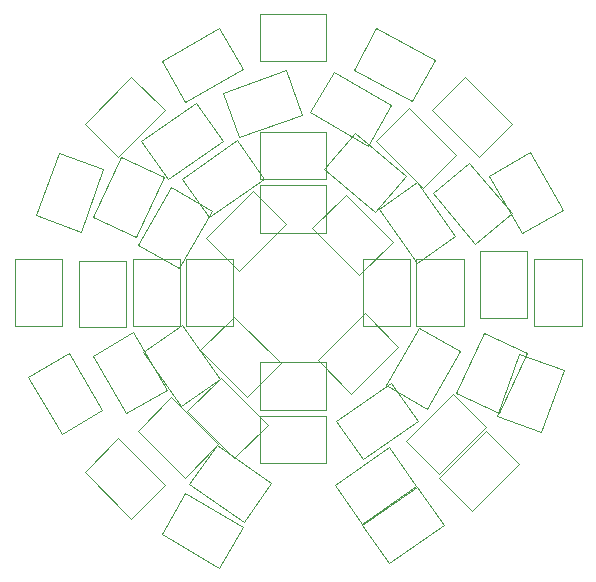
<source format=gbr>
%TF.GenerationSoftware,Altium Limited,Altium Designer,21.4.1 (30)*%
G04 Layer_Color=32896*
%FSLAX42Y42*%
%MOMM*%
%TF.SameCoordinates,A5F8CCB8-1AD9-4863-A32E-EE0D6D21C85A*%
%TF.FilePolarity,Positive*%
%TF.FileFunction,Other,Mechanical_20*%
%TF.Part,Single*%
G01*
G75*
%TA.AperFunction,NonConductor*%
%ADD90C,0.10*%
D90*
X-1939Y-469D02*
X-1658Y-956D01*
X-2004Y-1156D02*
X-1658Y-956D01*
X-2286Y-669D02*
X-2004Y-1156D01*
X-2286Y-669D02*
X-1939Y-469D01*
X-981Y1007D02*
X-520Y1330D01*
X-291Y1002D01*
X-752Y680D02*
X-291Y1002D01*
X-981Y1007D02*
X-752Y680D01*
X-1356Y449D02*
X-1074Y936D01*
X-728Y736D01*
X-1009Y249D02*
X-728Y736D01*
X-1356Y449D02*
X-1009Y249D01*
X-1315Y-460D02*
X-992Y-921D01*
X-1315Y-460D02*
X-987Y-231D01*
X-665Y-692D01*
X-992Y-921D02*
X-665Y-692D01*
X-939Y-963D02*
X-542Y-1361D01*
X-939Y-963D02*
X-657Y-681D01*
X-259Y-1078D01*
X-542Y-1361D02*
X-259Y-1078D01*
X950Y-237D02*
Y325D01*
X550Y-237D02*
X950D01*
X550D02*
Y325D01*
X950D01*
X-550Y-237D02*
Y325D01*
X-950Y-237D02*
X-550D01*
X-950D02*
Y325D01*
X-550D01*
X-325Y950D02*
X237D01*
Y550D02*
Y950D01*
X-325Y550D02*
X237D01*
X-325D02*
Y950D01*
Y-550D02*
X237D01*
Y-950D02*
Y-550D01*
X-325Y-950D02*
X237D01*
X-325D02*
Y-550D01*
X402Y871D02*
X799Y473D01*
X517Y191D02*
X799Y473D01*
X119Y588D02*
X517Y191D01*
X119Y588D02*
X402Y871D01*
X447Y-814D02*
X845Y-416D01*
X164Y-531D02*
X447Y-814D01*
X164Y-531D02*
X562Y-133D01*
X845Y-416D01*
X301Y1913D02*
X788Y1632D01*
X588Y1286D02*
X788Y1632D01*
X101Y1567D02*
X588Y1286D01*
X101Y1567D02*
X301Y1913D01*
X-636Y1732D02*
X-499Y1356D01*
X29Y1548D01*
X-108Y1924D02*
X29Y1548D01*
X-636Y1732D02*
X-108Y1924D01*
X-325Y1000D02*
Y1400D01*
Y1000D02*
X237D01*
Y1400D01*
X-325D02*
X237D01*
X-325Y-1400D02*
Y-1000D01*
Y-1400D02*
X237D01*
Y-1000D01*
X-325D02*
X237D01*
X-1400Y325D02*
X-1000D01*
X-1400Y-237D02*
Y325D01*
Y-237D02*
X-1000D01*
Y325D01*
X1400Y-237D02*
Y325D01*
X1000Y-237D02*
X1400D01*
X1000D02*
Y325D01*
X1400D01*
X1007Y981D02*
X1330Y520D01*
X1002Y291D02*
X1330Y520D01*
X680Y752D02*
X1002Y291D01*
X680Y752D02*
X1007Y981D01*
X480Y1392D02*
X910Y1031D01*
X653Y724D02*
X910Y1031D01*
X222Y1086D02*
X653Y724D01*
X222Y1086D02*
X480Y1392D01*
X1089Y-944D02*
X1371Y-456D01*
X743Y-744D02*
X1089Y-944D01*
X743Y-744D02*
X1024Y-256D01*
X1371Y-456D01*
X550Y-1370D02*
X1011Y-1047D01*
X321Y-1042D02*
X550Y-1370D01*
X321Y-1042D02*
X782Y-720D01*
X1011Y-1047D01*
X-1736Y680D02*
X-1374Y511D01*
X-1136Y1021D01*
X-1498Y1190D02*
X-1136Y1021D01*
X-1736Y680D02*
X-1498Y1190D01*
X-1860Y-250D02*
X-1460D01*
Y312D01*
X-1860D02*
X-1460D01*
X-1860Y-250D02*
Y312D01*
X-1742Y-494D02*
X-1461Y-981D01*
X-1742Y-494D02*
X-1396Y-294D01*
X-1114Y-781D01*
X-1461Y-981D02*
X-1114Y-781D01*
X-1357Y-1128D02*
X-959Y-1526D01*
X-1357Y-1128D02*
X-1074Y-846D01*
X-676Y-1243D01*
X-959Y-1526D02*
X-676Y-1243D01*
X-829Y-443D02*
X-432Y-841D01*
X-829Y-443D02*
X-547Y-161D01*
X-149Y-558D01*
X-432Y-841D02*
X-149Y-558D01*
X538Y-1915D02*
X998Y-1592D01*
X308Y-1587D02*
X538Y-1915D01*
X308Y-1587D02*
X769Y-1265D01*
X998Y-1592D01*
X1191Y-1497D02*
X1589Y-1099D01*
X908Y-1214D02*
X1191Y-1497D01*
X908Y-1214D02*
X1306Y-816D01*
X1589Y-1099D01*
X1696Y-980D02*
X1934Y-470D01*
X1333Y-811D02*
X1696Y-980D01*
X1333Y-811D02*
X1571Y-301D01*
X1934Y-470D01*
X1535Y392D02*
X1935D01*
X1535Y-170D02*
Y392D01*
Y-170D02*
X1935D01*
Y392D01*
X1444Y1143D02*
X1806Y712D01*
X1499Y455D02*
X1806Y712D01*
X1138Y885D02*
X1499Y455D01*
X1138Y885D02*
X1444Y1143D01*
X-1843Y558D02*
X-1651Y1087D01*
X-2219Y695D02*
X-1843Y558D01*
X-2219Y695D02*
X-2027Y1224D01*
X-1651Y1087D01*
X-956Y1658D02*
X-469Y1939D01*
X-1156Y2004D02*
X-956Y1658D01*
X-1156Y2004D02*
X-669Y2286D01*
X-469Y1939D01*
X657Y2279D02*
X1154Y2015D01*
X966Y1662D02*
X1154Y2015D01*
X469Y1926D02*
X966Y1662D01*
X469Y1926D02*
X657Y2279D01*
X-1809Y-1473D02*
X-1412Y-1871D01*
X-1809Y-1473D02*
X-1527Y-1191D01*
X-1129Y-1588D01*
X-1412Y-1871D02*
X-1129Y-1588D01*
X-1331Y1327D02*
X-870Y1650D01*
X-641Y1322D01*
X-1102Y1000D02*
X-641Y1322D01*
X-1331Y1327D02*
X-1102Y1000D01*
X938Y1605D02*
X1336Y1207D01*
X1053Y924D02*
X1336Y1207D01*
X655Y1322D02*
X1053Y924D01*
X655Y1322D02*
X938Y1605D01*
X770Y-2250D02*
X1231Y-1927D01*
X541Y-1922D02*
X770Y-2250D01*
X541Y-1922D02*
X1002Y-1600D01*
X1231Y-1927D01*
X2057Y-1142D02*
X2249Y-613D01*
X1681Y-1005D02*
X2057Y-1142D01*
X1681Y-1005D02*
X1873Y-476D01*
X2249Y-613D01*
X1961Y1231D02*
X2242Y744D01*
X1896Y544D02*
X2242Y744D01*
X1614Y1031D02*
X1896Y544D01*
X1614Y1031D02*
X1961Y1231D01*
X-922Y-1575D02*
X-461Y-1898D01*
X-922Y-1575D02*
X-692Y-1247D01*
X-232Y-1570D01*
X-461Y-1898D02*
X-232Y-1570D01*
X-2000Y-237D02*
Y325D01*
X-2400Y-237D02*
X-2000D01*
X-2400D02*
Y325D01*
X-2000D01*
X2400Y-237D02*
Y325D01*
X2000Y-237D02*
X2400D01*
X2000D02*
Y325D01*
X2400D01*
X-325Y2400D02*
X237D01*
Y2000D02*
Y2400D01*
X-325Y2000D02*
X237D01*
X-325D02*
Y2400D01*
X-387Y904D02*
X-104Y621D01*
X-784Y506D02*
X-387Y904D01*
X-784Y506D02*
X-502Y223D01*
X-104Y621D01*
X1412Y1871D02*
X1809Y1473D01*
X1527Y1191D02*
X1809Y1473D01*
X1129Y1588D02*
X1527Y1191D01*
X1129Y1588D02*
X1412Y1871D01*
X1473Y-1809D02*
X1871Y-1412D01*
X1191Y-1527D02*
X1473Y-1809D01*
X1191Y-1527D02*
X1588Y-1129D01*
X1871Y-1412D01*
X-1527Y1191D02*
X-1129Y1588D01*
X-1809Y1473D02*
X-1527Y1191D01*
X-1809Y1473D02*
X-1412Y1871D01*
X-1129Y1588D01*
X-1156Y-2004D02*
X-669Y-2286D01*
X-1156Y-2004D02*
X-956Y-1658D01*
X-469Y-1939D01*
X-669Y-2286D02*
X-469Y-1939D01*
%TF.MD5,f656ca3bc88920cd1cce50b73474fce4*%
M02*

</source>
